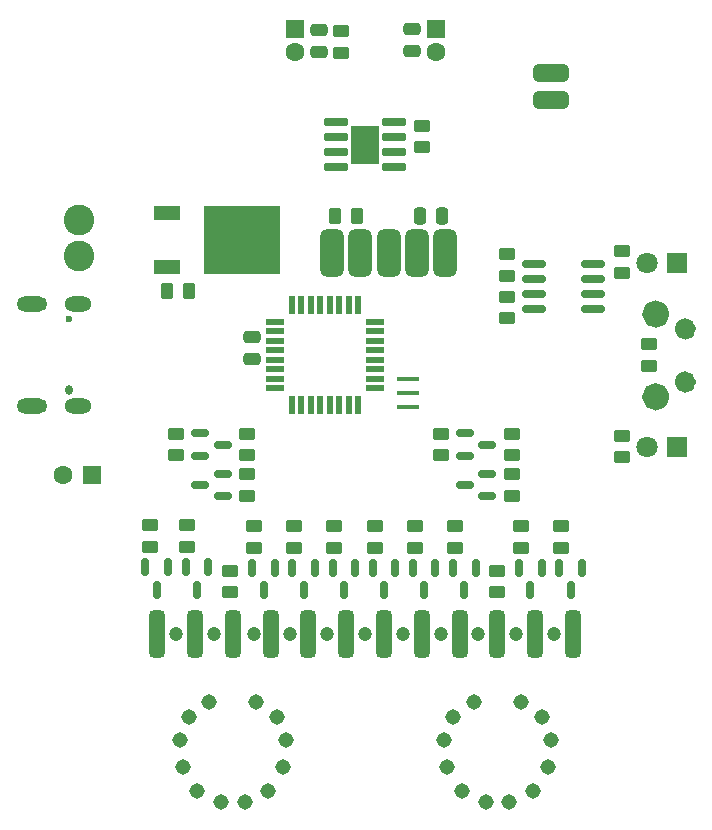
<source format=gbr>
G04 #@! TF.GenerationSoftware,KiCad,Pcbnew,6.0.8-f2edbf62ab~116~ubuntu20.04.1*
G04 #@! TF.CreationDate,2022-10-17T13:25:48+07:00*
G04 #@! TF.ProjectId,IN-8,494e2d38-2e6b-4696-9361-645f70636258,rev?*
G04 #@! TF.SameCoordinates,Original*
G04 #@! TF.FileFunction,Soldermask,Bot*
G04 #@! TF.FilePolarity,Negative*
%FSLAX46Y46*%
G04 Gerber Fmt 4.6, Leading zero omitted, Abs format (unit mm)*
G04 Created by KiCad (PCBNEW 6.0.8-f2edbf62ab~116~ubuntu20.04.1) date 2022-10-17 13:25:48*
%MOMM*%
%LPD*%
G01*
G04 APERTURE LIST*
G04 Aperture macros list*
%AMRoundRect*
0 Rectangle with rounded corners*
0 $1 Rounding radius*
0 $2 $3 $4 $5 $6 $7 $8 $9 X,Y pos of 4 corners*
0 Add a 4 corners polygon primitive as box body*
4,1,4,$2,$3,$4,$5,$6,$7,$8,$9,$2,$3,0*
0 Add four circle primitives for the rounded corners*
1,1,$1+$1,$2,$3*
1,1,$1+$1,$4,$5*
1,1,$1+$1,$6,$7*
1,1,$1+$1,$8,$9*
0 Add four rect primitives between the rounded corners*
20,1,$1+$1,$2,$3,$4,$5,0*
20,1,$1+$1,$4,$5,$6,$7,0*
20,1,$1+$1,$6,$7,$8,$9,0*
20,1,$1+$1,$8,$9,$2,$3,0*%
G04 Aperture macros list end*
%ADD10C,1.143000*%
%ADD11C,0.889000*%
%ADD12RoundRect,0.325000X-0.325000X-1.675000X0.325000X-1.675000X0.325000X1.675000X-0.325000X1.675000X0*%
%ADD13R,1.600000X1.600000*%
%ADD14C,1.600000*%
%ADD15C,1.200000*%
%ADD16R,1.800000X1.800000*%
%ADD17C,1.800000*%
%ADD18O,0.600000X0.850000*%
%ADD19C,0.600000*%
%ADD20O,2.300000X1.300000*%
%ADD21O,2.600000X1.300000*%
%ADD22C,1.308000*%
%ADD23C,2.600000*%
%ADD24C,2.200000*%
%ADD25C,1.700000*%
%ADD26RoundRect,0.375000X-1.125000X0.375000X-1.125000X-0.375000X1.125000X-0.375000X1.125000X0.375000X0*%
%ADD27RoundRect,0.250000X-0.450000X0.262500X-0.450000X-0.262500X0.450000X-0.262500X0.450000X0.262500X0*%
%ADD28RoundRect,0.250000X0.450000X-0.262500X0.450000X0.262500X-0.450000X0.262500X-0.450000X-0.262500X0*%
%ADD29RoundRect,0.500000X0.500000X1.500000X-0.500000X1.500000X-0.500000X-1.500000X0.500000X-1.500000X0*%
%ADD30RoundRect,0.150000X-0.150000X0.587500X-0.150000X-0.587500X0.150000X-0.587500X0.150000X0.587500X0*%
%ADD31RoundRect,0.150000X0.587500X0.150000X-0.587500X0.150000X-0.587500X-0.150000X0.587500X-0.150000X0*%
%ADD32RoundRect,0.250000X0.262500X0.450000X-0.262500X0.450000X-0.262500X-0.450000X0.262500X-0.450000X0*%
%ADD33RoundRect,0.150000X-0.587500X-0.150000X0.587500X-0.150000X0.587500X0.150000X-0.587500X0.150000X0*%
%ADD34RoundRect,0.250000X-0.475000X0.250000X-0.475000X-0.250000X0.475000X-0.250000X0.475000X0.250000X0*%
%ADD35RoundRect,0.250000X-0.250000X-0.475000X0.250000X-0.475000X0.250000X0.475000X-0.250000X0.475000X0*%
%ADD36RoundRect,0.150000X0.825000X0.150000X-0.825000X0.150000X-0.825000X-0.150000X0.825000X-0.150000X0*%
%ADD37R,2.200000X1.200000*%
%ADD38R,6.400000X5.800000*%
%ADD39R,1.600000X0.550000*%
%ADD40R,0.550000X1.600000*%
%ADD41RoundRect,0.042000X0.943000X0.258000X-0.943000X0.258000X-0.943000X-0.258000X0.943000X-0.258000X0*%
%ADD42R,2.413000X3.302000*%
%ADD43R,1.900000X0.400000*%
G04 APERTURE END LIST*
D10*
X185032000Y-43430500D02*
G75*
G03*
X185032000Y-43430500I-571500J0D01*
G01*
D11*
X187405000Y-44680500D02*
G75*
G03*
X187405000Y-44680500I-444500J0D01*
G01*
X187405000Y-49180500D02*
G75*
G03*
X187405000Y-49180500I-444500J0D01*
G01*
D10*
X185032000Y-50430500D02*
G75*
G03*
X185032000Y-50430500I-571500J0D01*
G01*
D12*
X171060500Y-70480500D03*
D13*
X153917250Y-19273388D03*
D14*
X153917250Y-21273388D03*
D15*
X159860500Y-70480500D03*
X175860500Y-70480500D03*
D12*
X148660500Y-70480500D03*
D15*
X163060500Y-70480500D03*
D12*
X155060500Y-70480500D03*
X151860500Y-70480500D03*
D16*
X186260500Y-54680500D03*
D17*
X183720500Y-54680500D03*
D12*
X158260500Y-70480500D03*
X164660500Y-70480500D03*
X142260500Y-70480500D03*
D15*
X156660500Y-70480500D03*
D12*
X145460500Y-70480500D03*
D15*
X166260500Y-70480500D03*
D12*
X161460500Y-70480500D03*
D15*
X147060500Y-70480500D03*
D18*
X134786250Y-49880500D03*
D19*
X134786250Y-43880500D03*
D20*
X135511250Y-42560500D03*
D21*
X131686250Y-51200500D03*
X131686250Y-42560500D03*
D20*
X135511250Y-51200500D03*
D13*
X165855250Y-19273388D03*
D14*
X165855250Y-21273388D03*
D15*
X143860500Y-70480500D03*
D13*
X136772250Y-57058500D03*
D14*
X134272250Y-57058500D03*
D22*
X174060500Y-83777764D03*
X174810500Y-77527764D03*
X169060500Y-76277764D03*
X167310500Y-77527764D03*
X166560500Y-79527764D03*
X166810500Y-81777764D03*
X168060500Y-83777764D03*
X170060500Y-84777764D03*
X172060500Y-84777764D03*
X175310500Y-81777764D03*
X175560500Y-79527764D03*
X173060500Y-76277764D03*
D15*
X150460500Y-70480500D03*
D12*
X174260500Y-70480500D03*
D23*
X135629250Y-35468500D03*
X135629250Y-38468500D03*
D24*
X184460500Y-50430500D03*
X184460500Y-43430500D03*
D25*
X186960500Y-44680500D03*
X186960500Y-49180500D03*
D16*
X186260500Y-39080500D03*
D17*
X183720500Y-39080500D03*
D26*
X175634250Y-23022500D03*
D15*
X153460500Y-70480500D03*
X169460500Y-70480500D03*
D22*
X151660500Y-83777764D03*
X152410500Y-77527764D03*
X146660500Y-76277764D03*
X144910500Y-77527764D03*
X144160500Y-79527764D03*
X144410500Y-81777764D03*
X145660500Y-83777764D03*
X147660500Y-84777764D03*
X149660500Y-84777764D03*
X152910500Y-81777764D03*
X153160500Y-79527764D03*
X150660500Y-76277764D03*
D26*
X175634250Y-25308500D03*
D12*
X177460500Y-70480500D03*
X167860500Y-70480500D03*
D15*
X172660500Y-70480500D03*
D27*
X172260500Y-53568000D03*
X172260500Y-55393000D03*
D28*
X171060500Y-66993000D03*
X171060500Y-65168000D03*
D29*
X164260500Y-38280500D03*
D27*
X181603250Y-38112000D03*
X181603250Y-39937000D03*
X157260500Y-61368000D03*
X157260500Y-63193000D03*
D29*
X159460500Y-38280500D03*
D27*
X173060500Y-61368000D03*
X173060500Y-63193000D03*
D30*
X153710500Y-64943000D03*
X155610500Y-64943000D03*
X154660500Y-66818000D03*
D31*
X170198000Y-56930500D03*
X170198000Y-58830500D03*
X168323000Y-57880500D03*
D30*
X157110500Y-64943000D03*
X159010500Y-64943000D03*
X158060500Y-66818000D03*
D27*
X167460500Y-61368000D03*
X167460500Y-63193000D03*
D31*
X147798000Y-56930500D03*
X147798000Y-58830500D03*
X145923000Y-57880500D03*
D30*
X141260500Y-64880500D03*
X143160500Y-64880500D03*
X142210500Y-66755500D03*
D32*
X159173000Y-35080500D03*
X157348000Y-35080500D03*
D33*
X168323000Y-55430500D03*
X168323000Y-53530500D03*
X170198000Y-54480500D03*
D27*
X164060500Y-61368000D03*
X164060500Y-63193000D03*
D30*
X167310500Y-64943000D03*
X169210500Y-64943000D03*
X168260500Y-66818000D03*
X176310500Y-64943000D03*
X178210500Y-64943000D03*
X177260500Y-66818000D03*
D27*
X144810500Y-61305500D03*
X144810500Y-63130500D03*
D28*
X181603250Y-55558000D03*
X181603250Y-53733000D03*
D30*
X172910500Y-64943000D03*
X174810500Y-64943000D03*
X173860500Y-66818000D03*
D27*
X143860500Y-53568000D03*
X143860500Y-55393000D03*
D30*
X160510500Y-64943000D03*
X162410500Y-64943000D03*
X161460500Y-66818000D03*
D32*
X144923750Y-41437500D03*
X143098750Y-41437500D03*
D28*
X157854250Y-21291500D03*
X157854250Y-19466500D03*
D29*
X166660500Y-38280500D03*
D27*
X149860500Y-53568000D03*
X149860500Y-55393000D03*
D34*
X150260500Y-45330500D03*
X150260500Y-47230500D03*
D28*
X171860500Y-40193000D03*
X171860500Y-38368000D03*
D35*
X164510500Y-35080500D03*
X166410500Y-35080500D03*
D27*
X171860500Y-41968000D03*
X171860500Y-43793000D03*
D30*
X163910500Y-64943000D03*
X165810500Y-64943000D03*
X164860500Y-66818000D03*
D27*
X176460500Y-61368000D03*
X176460500Y-63193000D03*
D36*
X179135500Y-39175500D03*
X179135500Y-40445500D03*
X179135500Y-41715500D03*
X179135500Y-42985500D03*
X174185500Y-42985500D03*
X174185500Y-41715500D03*
X174185500Y-40445500D03*
X174185500Y-39175500D03*
D27*
X183860500Y-45968000D03*
X183860500Y-47793000D03*
X172260500Y-56968000D03*
X172260500Y-58793000D03*
D37*
X143113250Y-39399500D03*
D38*
X149413250Y-37119500D03*
D37*
X143113250Y-34839500D03*
D27*
X153860500Y-61368000D03*
X153860500Y-63193000D03*
D28*
X148460500Y-66993000D03*
X148460500Y-65168000D03*
D33*
X145923000Y-55430500D03*
X145923000Y-53530500D03*
X147798000Y-54480500D03*
D39*
X160712000Y-44080500D03*
X160712000Y-44880500D03*
X160712000Y-45680500D03*
X160712000Y-46480500D03*
X160712000Y-47280500D03*
X160712000Y-48080500D03*
X160712000Y-48880500D03*
X160712000Y-49680500D03*
D40*
X159262000Y-51130500D03*
X158462000Y-51130500D03*
X157662000Y-51130500D03*
X156862000Y-51130500D03*
X156062000Y-51130500D03*
X155262000Y-51130500D03*
X154462000Y-51130500D03*
X153662000Y-51130500D03*
D39*
X152212000Y-49680500D03*
X152212000Y-48880500D03*
X152212000Y-48080500D03*
X152212000Y-47280500D03*
X152212000Y-46480500D03*
X152212000Y-45680500D03*
X152212000Y-44880500D03*
X152212000Y-44080500D03*
D40*
X153662000Y-42630500D03*
X154462000Y-42630500D03*
X155262000Y-42630500D03*
X156062000Y-42630500D03*
X156862000Y-42630500D03*
X157662000Y-42630500D03*
X158462000Y-42630500D03*
X159262000Y-42630500D03*
D29*
X157060500Y-38280500D03*
D41*
X162335500Y-27175500D03*
X162335500Y-28445500D03*
X162335500Y-29715500D03*
X162335500Y-30985500D03*
X157385500Y-30985500D03*
X157385500Y-29715500D03*
X157385500Y-28445500D03*
X157385500Y-27175500D03*
D42*
X159860500Y-29080500D03*
D43*
X163495452Y-51280500D03*
X163495452Y-50080500D03*
X163495452Y-48880500D03*
D27*
X150460500Y-61368000D03*
X150460500Y-63193000D03*
X149860500Y-56968000D03*
X149860500Y-58793000D03*
D34*
X163823250Y-19278500D03*
X163823250Y-21178500D03*
D27*
X160660500Y-61368000D03*
X160660500Y-63193000D03*
X166260500Y-53568000D03*
X166260500Y-55393000D03*
X164660500Y-27480500D03*
X164660500Y-29305500D03*
D30*
X150310500Y-64943000D03*
X152210500Y-64943000D03*
X151260500Y-66818000D03*
D34*
X155949250Y-19344500D03*
X155949250Y-21244500D03*
D27*
X141610500Y-61305500D03*
X141610500Y-63130500D03*
D30*
X144660500Y-64880500D03*
X146560500Y-64880500D03*
X145610500Y-66755500D03*
D29*
X161860500Y-38280500D03*
M02*

</source>
